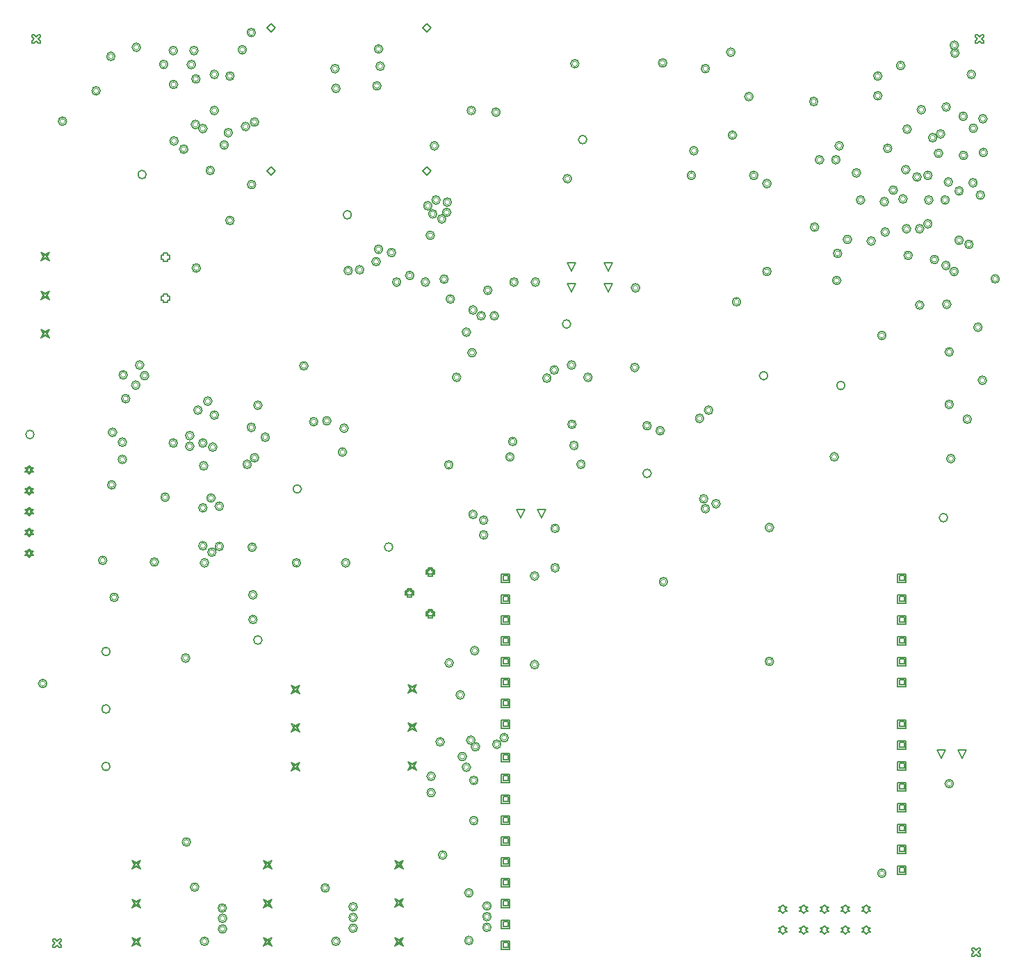
<source format=gbr>
%TF.GenerationSoftware,Altium Limited,Altium Designer,25.2.1 (25)*%
G04 Layer_Color=2752767*
%FSLAX45Y45*%
%MOMM*%
%TF.SameCoordinates,EF3F7739-EB0C-4DF3-8AA3-BEF7F1336093*%
%TF.FilePolarity,Positive*%
%TF.FileFunction,Drawing*%
%TF.Part,Single*%
G01*
G75*
%TA.AperFunction,NonConductor*%
%ADD142C,0.12700*%
%ADD143C,0.16933*%
%ADD144C,0.10160*%
D142*
X10782200Y2558401D02*
Y2660001D01*
X10883800D01*
Y2558401D01*
X10782200D01*
X10802520Y2578721D02*
Y2639681D01*
X10863480D01*
Y2578721D01*
X10802520D01*
X10782200Y2812401D02*
Y2914001D01*
X10883800D01*
Y2812401D01*
X10782200D01*
X10802520Y2832721D02*
Y2893681D01*
X10863480D01*
Y2832721D01*
X10802520D01*
X5956200Y1136001D02*
Y1237601D01*
X6057800D01*
Y1136001D01*
X5956200D01*
X5976520Y1156321D02*
Y1217281D01*
X6037480D01*
Y1156321D01*
X5976520D01*
X5956200Y374001D02*
Y475601D01*
X6057800D01*
Y374001D01*
X5956200D01*
X5976520Y394321D02*
Y455281D01*
X6037480D01*
Y394321D01*
X5976520D01*
X10782200Y3574401D02*
Y3676001D01*
X10883800D01*
Y3574401D01*
X10782200D01*
X10802520Y3594721D02*
Y3655681D01*
X10863480D01*
Y3594721D01*
X10802520D01*
X5956200Y628001D02*
Y729601D01*
X6057800D01*
Y628001D01*
X5956200D01*
X5976520Y648321D02*
Y709281D01*
X6037480D01*
Y648321D01*
X5976520D01*
X5956200Y882001D02*
Y983601D01*
X6057800D01*
Y882001D01*
X5956200D01*
X5976520Y902321D02*
Y963281D01*
X6037480D01*
Y902321D01*
X5976520D01*
X5956200Y1390001D02*
Y1491601D01*
X6057800D01*
Y1390001D01*
X5956200D01*
X5976520Y1410321D02*
Y1471281D01*
X6037480D01*
Y1410321D01*
X5976520D01*
X5956200Y1644001D02*
Y1745601D01*
X6057800D01*
Y1644001D01*
X5956200D01*
X5976520Y1664321D02*
Y1725281D01*
X6037480D01*
Y1664321D01*
X5976520D01*
X5956200Y1898001D02*
Y1999601D01*
X6057800D01*
Y1898001D01*
X5956200D01*
X5976520Y1918321D02*
Y1979281D01*
X6037480D01*
Y1918321D01*
X5976520D01*
X5956200Y2152001D02*
Y2253601D01*
X6057800D01*
Y2152001D01*
X5956200D01*
X5976520Y2172321D02*
Y2233281D01*
X6037480D01*
Y2172321D01*
X5976520D01*
X5956200Y2406001D02*
Y2507601D01*
X6057800D01*
Y2406001D01*
X5956200D01*
X5976520Y2426321D02*
Y2487281D01*
X6037480D01*
Y2426321D01*
X5976520D01*
X5956200Y3066401D02*
Y3168001D01*
X6057800D01*
Y3066401D01*
X5956200D01*
X5976520Y3086721D02*
Y3147681D01*
X6037480D01*
Y3086721D01*
X5976520D01*
X5956200Y2660001D02*
Y2761601D01*
X6057800D01*
Y2660001D01*
X5956200D01*
X5976520Y2680321D02*
Y2741281D01*
X6037480D01*
Y2680321D01*
X5976520D01*
X5956200Y3320401D02*
Y3422001D01*
X6057800D01*
Y3320401D01*
X5956200D01*
X5976520Y3340721D02*
Y3401681D01*
X6037480D01*
Y3340721D01*
X5976520D01*
X5956200Y3574401D02*
Y3676001D01*
X6057800D01*
Y3574401D01*
X5956200D01*
X5976520Y3594721D02*
Y3655681D01*
X6037480D01*
Y3594721D01*
X5976520D01*
X5956200Y3828401D02*
Y3930001D01*
X6057800D01*
Y3828401D01*
X5956200D01*
X5976520Y3848721D02*
Y3909681D01*
X6037480D01*
Y3848721D01*
X5976520D01*
X5956200Y4082401D02*
Y4184001D01*
X6057800D01*
Y4082401D01*
X5956200D01*
X5976520Y4102721D02*
Y4163681D01*
X6037480D01*
Y4102721D01*
X5976520D01*
X5956200Y4336401D02*
Y4438001D01*
X6057800D01*
Y4336401D01*
X5956200D01*
X5976520Y4356721D02*
Y4417681D01*
X6037480D01*
Y4356721D01*
X5976520D01*
X5956200Y4590401D02*
Y4692001D01*
X6057800D01*
Y4590401D01*
X5956200D01*
X5976520Y4610721D02*
Y4671681D01*
X6037480D01*
Y4610721D01*
X5976520D01*
X10782200Y4844401D02*
Y4946001D01*
X10883800D01*
Y4844401D01*
X10782200D01*
X10802520Y4864721D02*
Y4925681D01*
X10863480D01*
Y4864721D01*
X10802520D01*
X5956200Y4844401D02*
Y4946001D01*
X6057800D01*
Y4844401D01*
X5956200D01*
X5976520Y4864721D02*
Y4925681D01*
X6037480D01*
Y4864721D01*
X5976520D01*
X10782200Y4590401D02*
Y4692001D01*
X10883800D01*
Y4590401D01*
X10782200D01*
X10802520Y4610721D02*
Y4671681D01*
X10863480D01*
Y4610721D01*
X10802520D01*
X10782200Y4336401D02*
Y4438001D01*
X10883800D01*
Y4336401D01*
X10782200D01*
X10802520Y4356721D02*
Y4417681D01*
X10863480D01*
Y4356721D01*
X10802520D01*
X10782200Y4082401D02*
Y4184001D01*
X10883800D01*
Y4082401D01*
X10782200D01*
X10802520Y4102721D02*
Y4163681D01*
X10863480D01*
Y4102721D01*
X10802520D01*
X10782200Y3828401D02*
Y3930001D01*
X10883800D01*
Y3828401D01*
X10782200D01*
X10802520Y3848721D02*
Y3909681D01*
X10863480D01*
Y3848721D01*
X10802520D01*
X10782200Y3066401D02*
Y3168001D01*
X10883800D01*
Y3066401D01*
X10782200D01*
X10802520Y3086721D02*
Y3147681D01*
X10863480D01*
Y3086721D01*
X10802520D01*
X10782200Y2304401D02*
Y2406001D01*
X10883800D01*
Y2304401D01*
X10782200D01*
X10802520Y2324721D02*
Y2385681D01*
X10863480D01*
Y2324721D01*
X10802520D01*
X10782200Y2050401D02*
Y2152001D01*
X10883800D01*
Y2050401D01*
X10782200D01*
X10802520Y2070721D02*
Y2131681D01*
X10863480D01*
Y2070721D01*
X10802520D01*
X10782200Y1796401D02*
Y1898001D01*
X10883800D01*
Y1796401D01*
X10782200D01*
X10802520Y1816721D02*
Y1877681D01*
X10863480D01*
Y1816721D01*
X10802520D01*
X10782200Y1542401D02*
Y1644001D01*
X10883800D01*
Y1542401D01*
X10782200D01*
X10802520Y1562721D02*
Y1623681D01*
X10863480D01*
Y1562721D01*
X10802520D01*
X10782200Y1288401D02*
Y1390001D01*
X10883800D01*
Y1288401D01*
X10782200D01*
X10802520Y1308721D02*
Y1369681D01*
X10863480D01*
Y1308721D01*
X10802520D01*
X203925Y6163328D02*
X229325Y6188728D01*
X254725D01*
X229325Y6214128D01*
X254725Y6239528D01*
X229325D01*
X203925Y6264928D01*
X178525Y6239528D01*
X153125D01*
X178525Y6214128D01*
X153125Y6188728D01*
X178525D01*
X203925Y6163328D01*
Y6183648D02*
X219165Y6198888D01*
X234405D01*
X219165Y6214128D01*
X234405Y6229368D01*
X219165D01*
X203925Y6244608D01*
X188685Y6229368D01*
X173445D01*
X188685Y6214128D01*
X173445Y6198888D01*
X188685D01*
X203925Y6183648D01*
Y5909328D02*
X229325Y5934728D01*
X254725D01*
X229325Y5960128D01*
X254725Y5985528D01*
X229325D01*
X203925Y6010928D01*
X178525Y5985528D01*
X153125D01*
X178525Y5960128D01*
X153125Y5934728D01*
X178525D01*
X203925Y5909328D01*
Y5929648D02*
X219165Y5944888D01*
X234405D01*
X219165Y5960128D01*
X234405Y5975368D01*
X219165D01*
X203925Y5990608D01*
X188685Y5975368D01*
X173445D01*
X188685Y5960128D01*
X173445Y5944888D01*
X188685D01*
X203925Y5929648D01*
Y5655328D02*
X229325Y5680728D01*
X254725D01*
X229325Y5706128D01*
X254725Y5731528D01*
X229325D01*
X203925Y5756928D01*
X178525Y5731528D01*
X153125D01*
X178525Y5706128D01*
X153125Y5680728D01*
X178525D01*
X203925Y5655328D01*
Y5675648D02*
X219165Y5690888D01*
X234405D01*
X219165Y5706128D01*
X234405Y5721368D01*
X219165D01*
X203925Y5736608D01*
X188685Y5721368D01*
X173445D01*
X188685Y5706128D01*
X173445Y5690888D01*
X188685D01*
X203925Y5675648D01*
Y5401328D02*
X229325Y5426728D01*
X254725D01*
X229325Y5452128D01*
X254725Y5477528D01*
X229325D01*
X203925Y5502928D01*
X178525Y5477528D01*
X153125D01*
X178525Y5452128D01*
X153125Y5426728D01*
X178525D01*
X203925Y5401328D01*
Y5421648D02*
X219165Y5436888D01*
X234405D01*
X219165Y5452128D01*
X234405Y5467368D01*
X219165D01*
X203925Y5482608D01*
X188685Y5467368D01*
X173445D01*
X188685Y5452128D01*
X173445Y5436888D01*
X188685D01*
X203925Y5421648D01*
Y5147328D02*
X229325Y5172728D01*
X254725D01*
X229325Y5198128D01*
X254725Y5223528D01*
X229325D01*
X203925Y5248928D01*
X178525Y5223528D01*
X153125D01*
X178525Y5198128D01*
X153125Y5172728D01*
X178525D01*
X203925Y5147328D01*
Y5167648D02*
X219165Y5182888D01*
X234405D01*
X219165Y5198128D01*
X234405Y5213368D01*
X219165D01*
X203925Y5228608D01*
X188685Y5213368D01*
X173445D01*
X188685Y5198128D01*
X173445Y5182888D01*
X188685D01*
X203925Y5167648D01*
X349125Y7819327D02*
X374525Y7870127D01*
X349125Y7920927D01*
X399925Y7895527D01*
X450725Y7920927D01*
X425325Y7870127D01*
X450725Y7819327D01*
X399925Y7844727D01*
X349125Y7819327D01*
X369445Y7839647D02*
X384685Y7870127D01*
X369445Y7900607D01*
X399925Y7885367D01*
X430405Y7900607D01*
X415165Y7870127D01*
X430405Y7839647D01*
X399925Y7854887D01*
X369445Y7839647D01*
X349125Y8289327D02*
X374525Y8340127D01*
X349125Y8390927D01*
X399925Y8365527D01*
X450725Y8390927D01*
X425325Y8340127D01*
X450725Y8289327D01*
X399925Y8314727D01*
X349125Y8289327D01*
X369445Y8309647D02*
X384685Y8340127D01*
X369445Y8370607D01*
X399925Y8355367D01*
X430405Y8370607D01*
X415165Y8340127D01*
X430405Y8309647D01*
X399925Y8324887D01*
X369445Y8309647D01*
X349125Y8759327D02*
X374525Y8810127D01*
X349125Y8860927D01*
X399925Y8835527D01*
X450725Y8860927D01*
X425325Y8810127D01*
X450725Y8759327D01*
X399925Y8784727D01*
X349125Y8759327D01*
X369445Y8779647D02*
X384685Y8810127D01*
X369445Y8840607D01*
X399925Y8825367D01*
X430405Y8840607D01*
X415165Y8810127D01*
X430405Y8779647D01*
X399925Y8794887D01*
X369445Y8779647D01*
X1458753Y1351378D02*
X1484153Y1402178D01*
X1458753Y1452978D01*
X1509553Y1427578D01*
X1560353Y1452978D01*
X1534953Y1402178D01*
X1560353Y1351378D01*
X1509553Y1376778D01*
X1458753Y1351378D01*
X1479073Y1371698D02*
X1494313Y1402178D01*
X1479073Y1432658D01*
X1509553Y1417418D01*
X1540033Y1432658D01*
X1524793Y1402178D01*
X1540033Y1371698D01*
X1509553Y1386938D01*
X1479073Y1371698D01*
X1458753Y881378D02*
X1484153Y932178D01*
X1458753Y982978D01*
X1509553Y957578D01*
X1560353Y982978D01*
X1534953Y932178D01*
X1560353Y881378D01*
X1509553Y906778D01*
X1458753Y881378D01*
X1479073Y901698D02*
X1494313Y932178D01*
X1479073Y962658D01*
X1509553Y947418D01*
X1540033Y962658D01*
X1524793Y932178D01*
X1540033Y901698D01*
X1509553Y916938D01*
X1479073Y901698D01*
X1458753Y411378D02*
X1484153Y462178D01*
X1458753Y512978D01*
X1509553Y487578D01*
X1560353Y512978D01*
X1534953Y462178D01*
X1560353Y411378D01*
X1509553Y436778D01*
X1458753Y411378D01*
X1479073Y431698D02*
X1494313Y462178D01*
X1479073Y492658D01*
X1509553Y477418D01*
X1540033Y492658D01*
X1524793Y462178D01*
X1540033Y431698D01*
X1509553Y446938D01*
X1479073Y431698D01*
X4819200Y3496932D02*
X4844600Y3547732D01*
X4819200Y3598532D01*
X4870000Y3573132D01*
X4920800Y3598532D01*
X4895400Y3547732D01*
X4920800Y3496932D01*
X4870000Y3522332D01*
X4819200Y3496932D01*
X4839520Y3517252D02*
X4854760Y3547732D01*
X4839520Y3578212D01*
X4870000Y3562972D01*
X4900480Y3578212D01*
X4885240Y3547732D01*
X4900480Y3517252D01*
X4870000Y3532492D01*
X4839520Y3517252D01*
X4819200Y3026932D02*
X4844600Y3077732D01*
X4819200Y3128532D01*
X4870000Y3103132D01*
X4920800Y3128532D01*
X4895400Y3077732D01*
X4920800Y3026932D01*
X4870000Y3052332D01*
X4819200Y3026932D01*
X4839520Y3047252D02*
X4854760Y3077732D01*
X4839520Y3108212D01*
X4870000Y3092972D01*
X4900480Y3108212D01*
X4885240Y3077732D01*
X4900480Y3047252D01*
X4870000Y3062492D01*
X4839520Y3047252D01*
X4819200Y2556932D02*
X4844600Y2607732D01*
X4819200Y2658532D01*
X4870000Y2633132D01*
X4920800Y2658532D01*
X4895400Y2607732D01*
X4920800Y2556932D01*
X4870000Y2582332D01*
X4819200Y2556932D01*
X4839520Y2577252D02*
X4854760Y2607732D01*
X4839520Y2638212D01*
X4870000Y2622972D01*
X4900480Y2638212D01*
X4885240Y2607732D01*
X4900480Y2577252D01*
X4870000Y2592492D01*
X4839520Y2577252D01*
X4654828Y1357251D02*
X4680228Y1408051D01*
X4654828Y1458851D01*
X4705628Y1433451D01*
X4756428Y1458851D01*
X4731028Y1408051D01*
X4756428Y1357251D01*
X4705628Y1382651D01*
X4654828Y1357251D01*
X4675148Y1377571D02*
X4690388Y1408051D01*
X4675148Y1438531D01*
X4705628Y1423291D01*
X4736108Y1438531D01*
X4720868Y1408051D01*
X4736108Y1377571D01*
X4705628Y1392811D01*
X4675148Y1377571D01*
X4654828Y887251D02*
X4680228Y938051D01*
X4654828Y988851D01*
X4705628Y963451D01*
X4756428Y988851D01*
X4731028Y938051D01*
X4756428Y887251D01*
X4705628Y912651D01*
X4654828Y887251D01*
X4675148Y907571D02*
X4690388Y938051D01*
X4675148Y968531D01*
X4705628Y953291D01*
X4736108Y968531D01*
X4720868Y938051D01*
X4736108Y907571D01*
X4705628Y922811D01*
X4675148Y907571D01*
X4654828Y417251D02*
X4680228Y468051D01*
X4654828Y518851D01*
X4705628Y493451D01*
X4756428Y518851D01*
X4731028Y468051D01*
X4756428Y417251D01*
X4705628Y442651D01*
X4654828Y417251D01*
X4675148Y437571D02*
X4690388Y468051D01*
X4675148Y498531D01*
X4705628Y483291D01*
X4736108Y498531D01*
X4720868Y468051D01*
X4736108Y437571D01*
X4705628Y452811D01*
X4675148Y437571D01*
X3054828Y411351D02*
X3080228Y462151D01*
X3054828Y512951D01*
X3105628Y487551D01*
X3156428Y512951D01*
X3131028Y462151D01*
X3156428Y411351D01*
X3105628Y436751D01*
X3054828Y411351D01*
X3075148Y431671D02*
X3090388Y462151D01*
X3075148Y492631D01*
X3105628Y477391D01*
X3136108Y492631D01*
X3120868Y462151D01*
X3136108Y431671D01*
X3105628Y446911D01*
X3075148Y431671D01*
X3054828Y881351D02*
X3080228Y932151D01*
X3054828Y982951D01*
X3105628Y957551D01*
X3156428Y982951D01*
X3131028Y932151D01*
X3156428Y881351D01*
X3105628Y906751D01*
X3054828Y881351D01*
X3075148Y901671D02*
X3090388Y932151D01*
X3075148Y962631D01*
X3105628Y947391D01*
X3136108Y962631D01*
X3120868Y932151D01*
X3136108Y901671D01*
X3105628Y916911D01*
X3075148Y901671D01*
X3054828Y1351351D02*
X3080228Y1402151D01*
X3054828Y1452951D01*
X3105628Y1427551D01*
X3156428Y1452951D01*
X3131028Y1402151D01*
X3156428Y1351351D01*
X3105628Y1376751D01*
X3054828Y1351351D01*
X3075148Y1371671D02*
X3090388Y1402151D01*
X3075148Y1432631D01*
X3105628Y1417391D01*
X3136108Y1432631D01*
X3120868Y1402151D01*
X3136108Y1371671D01*
X3105628Y1386911D01*
X3075148Y1371671D01*
X3399200Y3489200D02*
X3424600Y3540000D01*
X3399200Y3590800D01*
X3450000Y3565400D01*
X3500800Y3590800D01*
X3475400Y3540000D01*
X3500800Y3489200D01*
X3450000Y3514600D01*
X3399200Y3489200D01*
X3419520Y3509520D02*
X3434760Y3540000D01*
X3419520Y3570480D01*
X3450000Y3555240D01*
X3480480Y3570480D01*
X3465240Y3540000D01*
X3480480Y3509520D01*
X3450000Y3524760D01*
X3419520Y3509520D01*
X3399200Y3019200D02*
X3424600Y3070000D01*
X3399200Y3120800D01*
X3450000Y3095400D01*
X3500800Y3120800D01*
X3475400Y3070000D01*
X3500800Y3019200D01*
X3450000Y3044600D01*
X3399200Y3019200D01*
X3419520Y3039520D02*
X3434760Y3070000D01*
X3419520Y3100480D01*
X3450000Y3085240D01*
X3480480Y3100480D01*
X3465240Y3070000D01*
X3480480Y3039520D01*
X3450000Y3054760D01*
X3419520Y3039520D01*
X3399200Y2549200D02*
X3424600Y2600000D01*
X3399200Y2650800D01*
X3450000Y2625400D01*
X3500800Y2650800D01*
X3475400Y2600000D01*
X3500800Y2549200D01*
X3450000Y2574600D01*
X3399200Y2549200D01*
X3419520Y2569520D02*
X3434760Y2600000D01*
X3419520Y2630480D01*
X3450000Y2615240D01*
X3480480Y2630480D01*
X3465240Y2600000D01*
X3480480Y2569520D01*
X3450000Y2584760D01*
X3419520Y2569520D01*
X5064600Y4944600D02*
Y4919200D01*
X5115400D01*
Y4944600D01*
X5140800D01*
Y4995400D01*
X5115400D01*
Y5020800D01*
X5064600D01*
Y4995400D01*
X5039200D01*
Y4944600D01*
X5064600D01*
X5074760Y4954760D02*
Y4939520D01*
X5105240D01*
Y4954760D01*
X5120480D01*
Y4985240D01*
X5105240D01*
Y5000480D01*
X5074760D01*
Y4985240D01*
X5059520D01*
Y4954760D01*
X5074760D01*
X4810600Y4690600D02*
Y4665200D01*
X4861400D01*
Y4690600D01*
X4886800D01*
Y4741400D01*
X4861400D01*
Y4766800D01*
X4810600D01*
Y4741400D01*
X4785200D01*
Y4690600D01*
X4810600D01*
X4820760Y4700760D02*
Y4685520D01*
X4851240D01*
Y4700760D01*
X4866480D01*
Y4731240D01*
X4851240D01*
Y4746480D01*
X4820760D01*
Y4731240D01*
X4805520D01*
Y4700760D01*
X4820760D01*
X5064600Y4436600D02*
Y4411200D01*
X5115400D01*
Y4436600D01*
X5140800D01*
Y4487400D01*
X5115400D01*
Y4512800D01*
X5064600D01*
Y4487400D01*
X5039200D01*
Y4436600D01*
X5064600D01*
X5074760Y4446760D02*
Y4431520D01*
X5105240D01*
Y4446760D01*
X5120480D01*
Y4477240D01*
X5105240D01*
Y4492480D01*
X5074760D01*
Y4477240D01*
X5059520D01*
Y4446760D01*
X5074760D01*
X10398000Y807433D02*
X10423400Y832833D01*
X10448800D01*
X10423400Y858233D01*
X10448800Y883633D01*
X10423400D01*
X10398000Y909033D01*
X10372600Y883633D01*
X10347200D01*
X10372600Y858233D01*
X10347200Y832833D01*
X10372600D01*
X10398000Y807433D01*
Y553433D02*
X10423400Y578833D01*
X10448800D01*
X10423400Y604233D01*
X10448800Y629633D01*
X10423400D01*
X10398000Y655033D01*
X10372600Y629633D01*
X10347200D01*
X10372600Y604233D01*
X10347200Y578833D01*
X10372600D01*
X10398000Y553433D01*
X10144000Y807433D02*
X10169400Y832833D01*
X10194800D01*
X10169400Y858233D01*
X10194800Y883633D01*
X10169400D01*
X10144000Y909033D01*
X10118600Y883633D01*
X10093200D01*
X10118600Y858233D01*
X10093200Y832833D01*
X10118600D01*
X10144000Y807433D01*
Y553433D02*
X10169400Y578833D01*
X10194800D01*
X10169400Y604233D01*
X10194800Y629633D01*
X10169400D01*
X10144000Y655033D01*
X10118600Y629633D01*
X10093200D01*
X10118600Y604233D01*
X10093200Y578833D01*
X10118600D01*
X10144000Y553433D01*
X9890000Y807433D02*
X9915400Y832833D01*
X9940800D01*
X9915400Y858233D01*
X9940800Y883633D01*
X9915400D01*
X9890000Y909033D01*
X9864600Y883633D01*
X9839200D01*
X9864600Y858233D01*
X9839200Y832833D01*
X9864600D01*
X9890000Y807433D01*
Y553433D02*
X9915400Y578833D01*
X9940800D01*
X9915400Y604233D01*
X9940800Y629633D01*
X9915400D01*
X9890000Y655033D01*
X9864600Y629633D01*
X9839200D01*
X9864600Y604233D01*
X9839200Y578833D01*
X9864600D01*
X9890000Y553433D01*
X9636000Y807433D02*
X9661400Y832833D01*
X9686800D01*
X9661400Y858233D01*
X9686800Y883633D01*
X9661400D01*
X9636000Y909033D01*
X9610600Y883633D01*
X9585200D01*
X9610600Y858233D01*
X9585200Y832833D01*
X9610600D01*
X9636000Y807433D01*
X9382000D02*
X9407400Y832833D01*
X9432800D01*
X9407400Y858233D01*
X9432800Y883633D01*
X9407400D01*
X9382000Y909033D01*
X9356600Y883633D01*
X9331200D01*
X9356600Y858233D01*
X9331200Y832833D01*
X9356600D01*
X9382000Y807433D01*
X9636000Y553433D02*
X9661400Y578833D01*
X9686800D01*
X9661400Y604233D01*
X9686800Y629633D01*
X9661400D01*
X9636000Y655033D01*
X9610600Y629633D01*
X9585200D01*
X9610600Y604233D01*
X9585200Y578833D01*
X9610600D01*
X9636000Y553433D01*
X9382000D02*
X9407400Y578833D01*
X9432800D01*
X9407400Y604233D01*
X9432800Y629633D01*
X9407400D01*
X9382000Y655033D01*
X9356600Y629633D01*
X9331200D01*
X9356600Y604233D01*
X9331200Y578833D01*
X9356600D01*
X9382000Y553433D01*
X3099200Y9850000D02*
X3150000Y9900800D01*
X3200800Y9850000D01*
X3150000Y9799200D01*
X3099200Y9850000D01*
Y11600000D02*
X3150000Y11650800D01*
X3200800Y11600000D01*
X3150000Y11549200D01*
X3099200Y11600000D01*
X1838600Y8778600D02*
Y8753200D01*
X1889400D01*
Y8778600D01*
X1914800D01*
Y8829400D01*
X1889400D01*
Y8854800D01*
X1838600D01*
Y8829400D01*
X1813200D01*
Y8778600D01*
X1838600D01*
Y8278600D02*
Y8253200D01*
X1889400D01*
Y8278600D01*
X1914800D01*
Y8329400D01*
X1889400D01*
Y8354800D01*
X1838600D01*
Y8329400D01*
X1813200D01*
Y8278600D01*
X1838600D01*
X5000900Y9850000D02*
X5051700Y9900800D01*
X5102500Y9850000D01*
X5051700Y9799200D01*
X5000900Y9850000D01*
Y11600000D02*
X5051700Y11650800D01*
X5102500Y11600000D01*
X5051700Y11549200D01*
X5000900Y11600000D01*
X489200Y399200D02*
X514600D01*
X540000Y424600D01*
X565400Y399200D01*
X590800D01*
Y424600D01*
X565400Y450000D01*
X590800Y475400D01*
Y500800D01*
X565400D01*
X540000Y475400D01*
X514600Y500800D01*
X489200D01*
Y475400D01*
X514600Y450000D01*
X489200Y424600D01*
Y399200D01*
X11313000Y2699200D02*
X11262200Y2800800D01*
X11363800D01*
X11313000Y2699200D01*
X11567000D02*
X11516200Y2800800D01*
X11617800D01*
X11567000Y2699200D01*
X6806000Y8378200D02*
X6755200Y8479800D01*
X6856800D01*
X6806000Y8378200D01*
Y8632200D02*
X6755200Y8733800D01*
X6856800D01*
X6806000Y8632200D01*
X7255999Y8378200D02*
X7205199Y8479800D01*
X7306799D01*
X7255999Y8378200D01*
Y8632200D02*
X7205199Y8733800D01*
X7306799D01*
X7255999Y8632200D01*
X6445180Y5629620D02*
X6394380Y5731220D01*
X6495980D01*
X6445180Y5629620D01*
X6191180D02*
X6140380Y5731220D01*
X6241980D01*
X6191180Y5629620D01*
X11729200Y11409200D02*
X11754600D01*
X11780000Y11434600D01*
X11805400Y11409200D01*
X11830800D01*
Y11434600D01*
X11805400Y11460000D01*
X11830800Y11485400D01*
Y11510800D01*
X11805400D01*
X11780000Y11485400D01*
X11754600Y11510800D01*
X11729200D01*
Y11485400D01*
X11754600Y11460000D01*
X11729200Y11434600D01*
Y11409200D01*
X11689200Y289200D02*
X11714600D01*
X11740000Y314600D01*
X11765400Y289200D01*
X11790800D01*
Y314600D01*
X11765400Y340000D01*
X11790800Y365400D01*
Y390800D01*
X11765400D01*
X11740000Y365400D01*
X11714600Y390800D01*
X11689200D01*
Y365400D01*
X11714600Y340000D01*
X11689200Y314600D01*
Y289200D01*
X239200Y11409200D02*
X264600D01*
X290000Y11434600D01*
X315400Y11409200D01*
X340800D01*
Y11434600D01*
X315400Y11460000D01*
X340800Y11485400D01*
Y11510800D01*
X315400D01*
X290000Y11485400D01*
X264600Y11510800D01*
X239200D01*
Y11485400D01*
X264600Y11460000D01*
X239200Y11434600D01*
Y11409200D01*
D143*
X1190800Y2600000D02*
G03*
X1190800Y2600000I-50800J0D01*
G01*
Y3300000D02*
G03*
X1190800Y3300000I-50800J0D01*
G01*
Y4000000D02*
G03*
X1190800Y4000000I-50800J0D01*
G01*
X1630725Y9810127D02*
G03*
X1630725Y9810127I-50800J0D01*
G01*
X9200800Y7360000D02*
G03*
X9200800Y7360000I-50800J0D01*
G01*
X6800800Y7990000D02*
G03*
X6800800Y7990000I-50800J0D01*
G01*
X4633546Y5272729D02*
G03*
X4633546Y5272729I-50800J0D01*
G01*
X11390800Y5630000D02*
G03*
X11390800Y5630000I-50800J0D01*
G01*
X4130800Y9320000D02*
G03*
X4130800Y9320000I-50800J0D01*
G01*
X3040800Y4140000D02*
G03*
X3040800Y4140000I-50800J0D01*
G01*
X10140800Y7240000D02*
G03*
X10140800Y7240000I-50800J0D01*
G01*
X6996800Y10236000D02*
G03*
X6996800Y10236000I-50800J0D01*
G01*
X3520800Y5980000D02*
G03*
X3520800Y5980000I-50800J0D01*
G01*
X7780800Y6170000D02*
G03*
X7780800Y6170000I-50800J0D01*
G01*
X264725Y6644127D02*
G03*
X264725Y6644127I-50800J0D01*
G01*
X9820800Y9170000D02*
G03*
X9820800Y9170000I-50800J0D01*
G01*
X3980800Y11100000D02*
G03*
X3980800Y11100000I-50800J0D01*
G01*
X3990800Y10860000D02*
G03*
X3990800Y10860000I-50800J0D01*
G01*
X3040800Y7000000D02*
G03*
X3040800Y7000000I-50800J0D01*
G01*
X3130800Y6610000D02*
G03*
X3130800Y6610000I-50800J0D01*
G01*
X3600800Y7480000D02*
G03*
X3600800Y7480000I-50800J0D01*
G01*
X5649380Y7640000D02*
G03*
X5649380Y7640000I-50800J0D01*
G01*
X2960780Y6730000D02*
G03*
X2960780Y6730000I-50800J0D01*
G01*
X7970800Y11170000D02*
G03*
X7970800Y11170000I-50800J0D01*
G01*
X5940800Y10570000D02*
G03*
X5940800Y10570000I-50800J0D01*
G01*
X5640800Y10590000D02*
G03*
X5640800Y10590000I-50800J0D01*
G01*
X2700800Y11010000D02*
G03*
X2700800Y11010000I-50800J0D01*
G01*
X4530800Y11130000D02*
G03*
X4530800Y11130000I-50800J0D01*
G01*
X2262493Y11320000D02*
G03*
X2262493Y11320000I-50800J0D01*
G01*
X2010800Y11320000D02*
G03*
X2010800Y11320000I-50800J0D01*
G01*
X1894014Y11151047D02*
G03*
X1894014Y11151047I-50800J0D01*
G01*
X6160800Y8500000D02*
G03*
X6160800Y8500000I-50800J0D01*
G01*
X4510800Y8900000D02*
G03*
X4510800Y8900000I-50800J0D01*
G01*
X4280800Y8650000D02*
G03*
X4280800Y8650000I-50800J0D01*
G01*
X4140800Y8640000D02*
G03*
X4140800Y8640000I-50800J0D01*
G01*
X4668376Y8860000D02*
G03*
X4668376Y8860000I-50800J0D01*
G01*
X4480800Y8750000D02*
G03*
X4480800Y8750000I-50800J0D01*
G01*
X5140800Y9070000D02*
G03*
X5140800Y9070000I-50800J0D01*
G01*
X5080800Y8500000D02*
G03*
X5080800Y8500000I-50800J0D01*
G01*
X5308748Y8535642D02*
G03*
X5308748Y8535642I-50800J0D01*
G01*
X5384731Y8293575D02*
G03*
X5384731Y8293575I-50800J0D01*
G01*
X5660800Y8160000D02*
G03*
X5660800Y8160000I-50800J0D01*
G01*
X5840800Y8400000D02*
G03*
X5840800Y8400000I-50800J0D01*
G01*
X5920800Y8090000D02*
G03*
X5920800Y8090000I-50800J0D01*
G01*
X5760800D02*
G03*
X5760800Y8090000I-50800J0D01*
G01*
X6420800Y8500000D02*
G03*
X6420800Y8500000I-50800J0D01*
G01*
X5580800Y7890000D02*
G03*
X5580800Y7890000I-50800J0D01*
G01*
X6110800Y6370000D02*
G03*
X6110800Y6370000I-50800J0D01*
G01*
X6890800Y6510000D02*
G03*
X6890800Y6510000I-50800J0D01*
G01*
X6866083Y6767575D02*
G03*
X6866083Y6767575I-50800J0D01*
G01*
X6975800Y6280000D02*
G03*
X6975800Y6280000I-50800J0D01*
G01*
X6144363Y6558384D02*
G03*
X6144363Y6558384I-50800J0D01*
G01*
X11460800Y2390000D02*
G03*
X11460800Y2390000I-50800J0D01*
G01*
X5610800Y480000D02*
G03*
X5610800Y480000I-50800J0D01*
G01*
X2160800Y3920000D02*
G03*
X2160800Y3920000I-50800J0D01*
G01*
X2170800Y1680000D02*
G03*
X2170800Y1680000I-50800J0D01*
G01*
X2970800Y5270000D02*
G03*
X2970800Y5270000I-50800J0D01*
G01*
X4890800Y8580000D02*
G03*
X4890800Y8580000I-50800J0D01*
G01*
X4730800Y8500000D02*
G03*
X4730800Y8500000I-50800J0D01*
G01*
X2380800Y6262359D02*
G03*
X2380800Y6262359I-50800J0D01*
G01*
X1270800Y6670000D02*
G03*
X1270800Y6670000I-50800J0D01*
G01*
X1390800Y6340000D02*
G03*
X1390800Y6340000I-50800J0D01*
G01*
Y6550000D02*
G03*
X1390800Y6550000I-50800J0D01*
G01*
X1910800Y5880000D02*
G03*
X1910800Y5880000I-50800J0D01*
G01*
X1260800Y6030000D02*
G03*
X1260800Y6030000I-50800J0D01*
G01*
X1430800Y7080000D02*
G03*
X1430800Y7080000I-50800J0D01*
G01*
X2019787Y10219268D02*
G03*
X2019787Y10219268I-50800J0D01*
G01*
X2138594Y10119718D02*
G03*
X2138594Y10119718I-50800J0D01*
G01*
X2280800Y10420000D02*
G03*
X2280800Y10420000I-50800J0D01*
G01*
X2370800Y10370000D02*
G03*
X2370800Y10370000I-50800J0D01*
G01*
X2630800Y10170000D02*
G03*
X2630800Y10170000I-50800J0D01*
G01*
X2510800Y11030000D02*
G03*
X2510800Y11030000I-50800J0D01*
G01*
X660800Y10460000D02*
G03*
X660800Y10460000I-50800J0D01*
G01*
X1070800Y10830000D02*
G03*
X1070800Y10830000I-50800J0D01*
G01*
X8490800Y5740000D02*
G03*
X8490800Y5740000I-50800J0D01*
G01*
X7640800Y8430000D02*
G03*
X7640800Y8430000I-50800J0D01*
G01*
X8870800Y8260000D02*
G03*
X8870800Y8260000I-50800J0D01*
G01*
X9240800Y8630000D02*
G03*
X9240800Y8630000I-50800J0D01*
G01*
X10940800Y9150000D02*
G03*
X10940800Y9150000I-50800J0D01*
G01*
X10670800Y9480000D02*
G03*
X10670800Y9480000I-50800J0D01*
G01*
X11430800Y8230000D02*
G03*
X11430800Y8230000I-50800J0D01*
G01*
X11580800Y9610000D02*
G03*
X11580800Y9610000I-50800J0D01*
G01*
Y9010000D02*
G03*
X11580800Y9010000I-50800J0D01*
G01*
X11700800Y8960000D02*
G03*
X11700800Y8960000I-50800J0D01*
G01*
X11450800Y9720000D02*
G03*
X11450800Y9720000I-50800J0D01*
G01*
X11750800Y9710000D02*
G03*
X11750800Y9710000I-50800J0D01*
G01*
X11840800Y9560000D02*
G03*
X11840800Y9560000I-50800J0D01*
G01*
X11210800Y9500000D02*
G03*
X11210800Y9500000I-50800J0D01*
G01*
X11410800D02*
G03*
X11410800Y9500000I-50800J0D01*
G01*
X10897767Y9513033D02*
G03*
X10897767Y9513033I-50800J0D01*
G01*
X11200800Y9800000D02*
G03*
X11200800Y9800000I-50800J0D01*
G01*
X11069099Y9780000D02*
G03*
X11069099Y9780000I-50800J0D01*
G01*
X10930800Y9870000D02*
G03*
X10930800Y9870000I-50800J0D01*
G01*
X10779242Y9619887D02*
G03*
X10779242Y9619887I-50800J0D01*
G01*
X11870800Y10490000D02*
G03*
X11870800Y10490000I-50800J0D01*
G01*
X11522495Y11384636D02*
G03*
X11522495Y11384636I-50800J0D01*
G01*
X11530800Y11290000D02*
G03*
X11530800Y11290000I-50800J0D01*
G01*
X10590800Y11010000D02*
G03*
X10590800Y11010000I-50800J0D01*
G01*
Y10770000D02*
G03*
X10590800Y10770000I-50800J0D01*
G01*
X9810800Y10700000D02*
G03*
X9810800Y10700000I-50800J0D01*
G01*
X8800800Y11300000D02*
G03*
X8800800Y11300000I-50800J0D01*
G01*
X8490800Y11100000D02*
G03*
X8490800Y11100000I-50800J0D01*
G01*
X9080800Y9800000D02*
G03*
X9080800Y9800000I-50800J0D01*
G01*
X8820800Y10290000D02*
G03*
X8820800Y10290000I-50800J0D01*
G01*
X8350800Y10100000D02*
G03*
X8350800Y10100000I-50800J0D01*
G01*
X8320800Y9800000D02*
G03*
X8320800Y9800000I-50800J0D01*
G01*
X10120800Y10160000D02*
G03*
X10120800Y10160000I-50800J0D01*
G01*
X10330800Y9830000D02*
G03*
X10330800Y9830000I-50800J0D01*
G01*
X10380800Y9500000D02*
G03*
X10380800Y9500000I-50800J0D01*
G01*
X10220800Y9020000D02*
G03*
X10220800Y9020000I-50800J0D01*
G01*
X10510800Y9000000D02*
G03*
X10510800Y9000000I-50800J0D01*
G01*
X10100800Y8850000D02*
G03*
X10100800Y8850000I-50800J0D01*
G01*
X10090800Y8520000D02*
G03*
X10090800Y8520000I-50800J0D01*
G01*
X10640800Y7850000D02*
G03*
X10640800Y7850000I-50800J0D01*
G01*
X11460800Y7650000D02*
G03*
X11460800Y7650000I-50800J0D01*
G01*
Y7010000D02*
G03*
X11460800Y7010000I-50800J0D01*
G01*
X11480800Y6350000D02*
G03*
X11480800Y6350000I-50800J0D01*
G01*
X7060800Y7340000D02*
G03*
X7060800Y7340000I-50800J0D01*
G01*
X8530800Y6940000D02*
G03*
X8530800Y6940000I-50800J0D01*
G01*
X8420800Y6840000D02*
G03*
X8420800Y6840000I-50800J0D01*
G01*
X7940800Y6690000D02*
G03*
X7940800Y6690000I-50800J0D01*
G01*
X4070800Y6430000D02*
G03*
X4070800Y6430000I-50800J0D01*
G01*
X4090800Y6720000D02*
G03*
X4090800Y6720000I-50800J0D01*
G01*
X3720800Y6800000D02*
G03*
X3720800Y6800000I-50800J0D01*
G01*
X3880800Y6810000D02*
G03*
X3880800Y6810000I-50800J0D01*
G01*
X2910800Y6280000D02*
G03*
X2910800Y6280000I-50800J0D01*
G01*
X3000800Y6360000D02*
G03*
X3000800Y6360000I-50800J0D01*
G01*
X2010800Y6540000D02*
G03*
X2010800Y6540000I-50800J0D01*
G01*
X2210800Y6630000D02*
G03*
X2210800Y6630000I-50800J0D01*
G01*
X4110800Y5080000D02*
G03*
X4110800Y5080000I-50800J0D01*
G01*
X3510800D02*
G03*
X3510800Y5080000I-50800J0D01*
G01*
X2979725Y4690557D02*
G03*
X2979725Y4690557I-50800J0D01*
G01*
X1290800Y4660000D02*
G03*
X1290800Y4660000I-50800J0D01*
G01*
X1150800Y5110000D02*
G03*
X1150800Y5110000I-50800J0D01*
G01*
X2390800Y5080000D02*
G03*
X2390800Y5080000I-50800J0D01*
G01*
X1780800Y5090000D02*
G03*
X1780800Y5090000I-50800J0D01*
G01*
X5260800Y2900000D02*
G03*
X5260800Y2900000I-50800J0D01*
G01*
X5530800Y2720000D02*
G03*
X5530800Y2720000I-50800J0D01*
G01*
X5670800Y2430000D02*
G03*
X5670800Y2430000I-50800J0D01*
G01*
X5580800Y2590000D02*
G03*
X5580800Y2590000I-50800J0D01*
G01*
X5610800Y1060000D02*
G03*
X5610800Y1060000I-50800J0D01*
G01*
X3860800Y1120000D02*
G03*
X3860800Y1120000I-50800J0D01*
G01*
X5830800Y900000D02*
G03*
X5830800Y900000I-50800J0D01*
G01*
Y770000D02*
G03*
X5830800Y770000I-50800J0D01*
G01*
Y640000D02*
G03*
X5830800Y640000I-50800J0D01*
G01*
X4200800Y890000D02*
G03*
X4200800Y890000I-50800J0D01*
G01*
Y630000D02*
G03*
X4200800Y630000I-50800J0D01*
G01*
Y760000D02*
G03*
X4200800Y760000I-50800J0D01*
G01*
X3990800Y470000D02*
G03*
X3990800Y470000I-50800J0D01*
G01*
X2607260Y874776D02*
G03*
X2607260Y874776I-50800J0D01*
G01*
X2390800Y470000D02*
G03*
X2390800Y470000I-50800J0D01*
G01*
X2610800Y620000D02*
G03*
X2610800Y620000I-50800J0D01*
G01*
Y750000D02*
G03*
X2610800Y750000I-50800J0D01*
G01*
X2270800Y1130000D02*
G03*
X2270800Y1130000I-50800J0D01*
G01*
X7780800Y6750000D02*
G03*
X7780800Y6750000I-50800J0D01*
G01*
X2210800Y6500000D02*
G03*
X2210800Y6500000I-50800J0D01*
G01*
X2370800Y6540000D02*
G03*
X2370800Y6540000I-50800J0D01*
G01*
X10640800Y1300000D02*
G03*
X10640800Y1300000I-50800J0D01*
G01*
X5370800Y3860000D02*
G03*
X5370800Y3860000I-50800J0D01*
G01*
X5660800Y5670000D02*
G03*
X5660800Y5670000I-50800J0D01*
G01*
X5680800Y4010000D02*
G03*
X5680800Y4010000I-50800J0D01*
G01*
X11810800Y7950000D02*
G03*
X11810800Y7950000I-50800J0D01*
G01*
X11876916Y10078890D02*
G03*
X11876916Y10078890I-50800J0D01*
G01*
X11634335Y10043536D02*
G03*
X11634335Y10043536I-50800J0D01*
G01*
X11630800Y10520000D02*
G03*
X11630800Y10520000I-50800J0D01*
G01*
X10080800Y9990000D02*
G03*
X10080800Y9990000I-50800J0D01*
G01*
X7980800Y4850000D02*
G03*
X7980800Y4850000I-50800J0D01*
G01*
X11259537Y10259500D02*
G03*
X11259537Y10259500I-50800J0D01*
G01*
X5460800Y7340000D02*
G03*
X5460800Y7340000I-50800J0D01*
G01*
X11420800Y8702300D02*
G03*
X11420800Y8702300I-50800J0D01*
G01*
X11280800Y8775000D02*
G03*
X11280800Y8775000I-50800J0D01*
G01*
X10960800Y8825434D02*
G03*
X10960800Y8825434I-50800J0D01*
G01*
X12020800Y8540000D02*
G03*
X12020800Y8540000I-50800J0D01*
G01*
X11680800Y6830000D02*
G03*
X11680800Y6830000I-50800J0D01*
G01*
X11355817Y10304509D02*
G03*
X11355817Y10304509I-50800J0D01*
G01*
X11100800Y9150000D02*
G03*
X11100800Y9150000I-50800J0D01*
G01*
X10869800Y11137929D02*
G03*
X10869800Y11137929I-50800J0D01*
G01*
X5190800Y10160000D02*
G03*
X5190800Y10160000I-50800J0D01*
G01*
X1250800Y11250000D02*
G03*
X1250800Y11250000I-50800J0D01*
G01*
X1560800Y11360000D02*
G03*
X1560800Y11360000I-50800J0D01*
G01*
X6650800Y7430000D02*
G03*
X6650800Y7430000I-50800J0D01*
G01*
X6860800Y7490000D02*
G03*
X6860800Y7490000I-50800J0D01*
G01*
X6410800Y4920000D02*
G03*
X6410800Y4920000I-50800J0D01*
G01*
Y3840000D02*
G03*
X6410800Y3840000I-50800J0D01*
G01*
X5950800Y2870000D02*
G03*
X5950800Y2870000I-50800J0D01*
G01*
X5690800Y2840000D02*
G03*
X5690800Y2840000I-50800J0D01*
G01*
X5506187Y3471219D02*
G03*
X5506187Y3471219I-50800J0D01*
G01*
X5633711Y2920000D02*
G03*
X5633711Y2920000I-50800J0D01*
G01*
X6040800Y2950000D02*
G03*
X6040800Y2950000I-50800J0D01*
G01*
X2470800Y5870000D02*
G03*
X2470800Y5870000I-50800J0D01*
G01*
X2480800Y5210000D02*
G03*
X2480800Y5210000I-50800J0D01*
G01*
X2570800Y5770000D02*
G03*
X2570800Y5770000I-50800J0D01*
G01*
X2370800Y5750000D02*
G03*
X2370800Y5750000I-50800J0D01*
G01*
X2570800Y5280000D02*
G03*
X2570800Y5280000I-50800J0D01*
G01*
X2370916Y5287971D02*
G03*
X2370916Y5287971I-50800J0D01*
G01*
X10060800Y6371842D02*
G03*
X10060800Y6371842I-50800J0D01*
G01*
X6900800Y11160000D02*
G03*
X6900800Y11160000I-50800J0D01*
G01*
X8620800Y5800000D02*
G03*
X8620800Y5800000I-50800J0D01*
G01*
X9270800Y5510000D02*
G03*
X9270800Y5510000I-50800J0D01*
G01*
X2680800Y10320000D02*
G03*
X2680800Y10320000I-50800J0D01*
G01*
X6660800Y5020000D02*
G03*
X6660800Y5020000I-50800J0D01*
G01*
Y5500000D02*
G03*
X6660800Y5500000I-50800J0D01*
G01*
X6560800Y7330000D02*
G03*
X6560800Y7330000I-50800J0D01*
G01*
X5365800Y6273587D02*
G03*
X5365800Y6273587I-50800J0D01*
G01*
X5340800Y9350000D02*
G03*
X5340800Y9350000I-50800J0D01*
G01*
X5347681Y9474082D02*
G03*
X5347681Y9474082I-50800J0D01*
G01*
X5280800Y9270000D02*
G03*
X5280800Y9270000I-50800J0D01*
G01*
X5210800Y9500000D02*
G03*
X5210800Y9500000I-50800J0D01*
G01*
X5170800Y9330000D02*
G03*
X5170800Y9330000I-50800J0D01*
G01*
X5110800Y9430000D02*
G03*
X5110800Y9430000I-50800J0D01*
G01*
X6810800Y9760000D02*
G03*
X6810800Y9760000I-50800J0D01*
G01*
X11120800Y10600000D02*
G03*
X11120800Y10600000I-50800J0D01*
G01*
X10948537Y10362962D02*
G03*
X10948537Y10362962I-50800J0D01*
G01*
X11520265Y8629037D02*
G03*
X11520265Y8629037I-50800J0D01*
G01*
X7630800Y7460000D02*
G03*
X7630800Y7460000I-50800J0D01*
G01*
X2430800Y7050000D02*
G03*
X2430800Y7050000I-50800J0D01*
G01*
X2510800Y6880000D02*
G03*
X2510800Y6880000I-50800J0D01*
G01*
X2310800Y6940000D02*
G03*
X2310800Y6940000I-50800J0D01*
G01*
X1600800Y7490000D02*
G03*
X1600800Y7490000I-50800J0D01*
G01*
X1660800Y7360000D02*
G03*
X1660800Y7360000I-50800J0D01*
G01*
X1400800Y7370000D02*
G03*
X1400800Y7370000I-50800J0D01*
G01*
X1553296Y7244324D02*
G03*
X1553296Y7244324I-50800J0D01*
G01*
X420800Y3610000D02*
G03*
X420800Y3610000I-50800J0D01*
G01*
X9270800Y3880000D02*
G03*
X9270800Y3880000I-50800J0D01*
G01*
X5290902Y1520000D02*
G03*
X5290902Y1520000I-50800J0D01*
G01*
X5150800Y2480000D02*
G03*
X5150800Y2480000I-50800J0D01*
G01*
Y2280000D02*
G03*
X5150800Y2280000I-50800J0D01*
G01*
X5670800Y1940000D02*
G03*
X5670800Y1940000I-50800J0D01*
G01*
X2980800Y4390000D02*
G03*
X2980800Y4390000I-50800J0D01*
G01*
X9020800Y10760000D02*
G03*
X9020800Y10760000I-50800J0D01*
G01*
X11200800Y9210000D02*
G03*
X11200800Y9210000I-50800J0D01*
G01*
X2014001Y10907541D02*
G03*
X2014001Y10907541I-50800J0D01*
G01*
X3000725Y10450127D02*
G03*
X3000725Y10450127I-50800J0D01*
G01*
X2700800Y9250000D02*
G03*
X2700800Y9250000I-50800J0D01*
G01*
X8470800Y5860000D02*
G03*
X8470800Y5860000I-50800J0D01*
G01*
X9880800Y9990000D02*
G03*
X9880800Y9990000I-50800J0D01*
G01*
X5790800Y5420000D02*
G03*
X5790800Y5420000I-50800J0D01*
G01*
Y5600000D02*
G03*
X5790800Y5600000I-50800J0D01*
G01*
X11424246Y10633087D02*
G03*
X11424246Y10633087I-50800J0D01*
G01*
X11330800Y10068866D02*
G03*
X11330800Y10068866I-50800J0D01*
G01*
X11100800Y8220000D02*
G03*
X11100800Y8220000I-50800J0D01*
G01*
X9240800Y9700000D02*
G03*
X9240800Y9700000I-50800J0D01*
G01*
X10680800Y9110000D02*
G03*
X10680800Y9110000I-50800J0D01*
G01*
X10710800Y10130000D02*
G03*
X10710800Y10130000I-50800J0D01*
G01*
X11730800Y11030000D02*
G03*
X11730800Y11030000I-50800J0D01*
G01*
X2290725Y8671294D02*
G03*
X2290725Y8671294I-50800J0D01*
G01*
X2490800Y6490000D02*
G03*
X2490800Y6490000I-50800J0D01*
G01*
X11864800Y7304000D02*
G03*
X11864800Y7304000I-50800J0D01*
G01*
X11754800Y10374000D02*
G03*
X11754800Y10374000I-50800J0D01*
G01*
X2891303Y10395127D02*
G03*
X2891303Y10395127I-50800J0D01*
G01*
X2510721Y10590105D02*
G03*
X2510721Y10590105I-50800J0D01*
G01*
X4490725Y10890127D02*
G03*
X4490725Y10890127I-50800J0D01*
G01*
X4510800Y11340000D02*
G03*
X4510800Y11340000I-50800J0D01*
G01*
X2460800Y9860000D02*
G03*
X2460800Y9860000I-50800J0D01*
G01*
X2964000Y9687836D02*
G03*
X2964000Y9687836I-50800J0D01*
G01*
X2285800Y10975000D02*
G03*
X2285800Y10975000I-50800J0D01*
G01*
X2850800Y11330000D02*
G03*
X2850800Y11330000I-50800J0D01*
G01*
X2230800Y11150000D02*
G03*
X2230800Y11150000I-50800J0D01*
G01*
X2960800Y11540000D02*
G03*
X2960800Y11540000I-50800J0D01*
G01*
D144*
X9800480Y9170000D02*
G03*
X9800480Y9170000I-30480J0D01*
G01*
X3960480Y11100000D02*
G03*
X3960480Y11100000I-30480J0D01*
G01*
X3970480Y10860000D02*
G03*
X3970480Y10860000I-30480J0D01*
G01*
X3020480Y7000000D02*
G03*
X3020480Y7000000I-30480J0D01*
G01*
X3110480Y6610000D02*
G03*
X3110480Y6610000I-30480J0D01*
G01*
X3580480Y7480000D02*
G03*
X3580480Y7480000I-30480J0D01*
G01*
X5629060Y7640000D02*
G03*
X5629060Y7640000I-30480J0D01*
G01*
X2940460Y6730000D02*
G03*
X2940460Y6730000I-30480J0D01*
G01*
X7950480Y11170000D02*
G03*
X7950480Y11170000I-30480J0D01*
G01*
X5920480Y10570000D02*
G03*
X5920480Y10570000I-30480J0D01*
G01*
X5620480Y10590000D02*
G03*
X5620480Y10590000I-30480J0D01*
G01*
X2680480Y11010000D02*
G03*
X2680480Y11010000I-30480J0D01*
G01*
X4510480Y11130000D02*
G03*
X4510480Y11130000I-30480J0D01*
G01*
X2242173Y11320000D02*
G03*
X2242173Y11320000I-30480J0D01*
G01*
X1990480Y11320000D02*
G03*
X1990480Y11320000I-30480J0D01*
G01*
X1873694Y11151047D02*
G03*
X1873694Y11151047I-30480J0D01*
G01*
X6140480Y8500000D02*
G03*
X6140480Y8500000I-30480J0D01*
G01*
X4490480Y8900000D02*
G03*
X4490480Y8900000I-30480J0D01*
G01*
X4260480Y8650000D02*
G03*
X4260480Y8650000I-30480J0D01*
G01*
X4120480Y8640000D02*
G03*
X4120480Y8640000I-30480J0D01*
G01*
X4648056Y8860000D02*
G03*
X4648056Y8860000I-30480J0D01*
G01*
X4460480Y8750000D02*
G03*
X4460480Y8750000I-30480J0D01*
G01*
X5120480Y9070000D02*
G03*
X5120480Y9070000I-30480J0D01*
G01*
X5060480Y8500000D02*
G03*
X5060480Y8500000I-30480J0D01*
G01*
X5288428Y8535642D02*
G03*
X5288428Y8535642I-30480J0D01*
G01*
X5364411Y8293575D02*
G03*
X5364411Y8293575I-30480J0D01*
G01*
X5640480Y8160000D02*
G03*
X5640480Y8160000I-30480J0D01*
G01*
X5820480Y8400000D02*
G03*
X5820480Y8400000I-30480J0D01*
G01*
X5900480Y8090000D02*
G03*
X5900480Y8090000I-30480J0D01*
G01*
X5740480D02*
G03*
X5740480Y8090000I-30480J0D01*
G01*
X6400480Y8500000D02*
G03*
X6400480Y8500000I-30480J0D01*
G01*
X5560480Y7890000D02*
G03*
X5560480Y7890000I-30480J0D01*
G01*
X6090480Y6370000D02*
G03*
X6090480Y6370000I-30480J0D01*
G01*
X6870480Y6510000D02*
G03*
X6870480Y6510000I-30480J0D01*
G01*
X6845763Y6767575D02*
G03*
X6845763Y6767575I-30480J0D01*
G01*
X6955480Y6280000D02*
G03*
X6955480Y6280000I-30480J0D01*
G01*
X6124043Y6558384D02*
G03*
X6124043Y6558384I-30480J0D01*
G01*
X11440480Y2390000D02*
G03*
X11440480Y2390000I-30480J0D01*
G01*
X5590480Y480000D02*
G03*
X5590480Y480000I-30480J0D01*
G01*
X2140480Y3920000D02*
G03*
X2140480Y3920000I-30480J0D01*
G01*
X2150480Y1680000D02*
G03*
X2150480Y1680000I-30480J0D01*
G01*
X2950480Y5270000D02*
G03*
X2950480Y5270000I-30480J0D01*
G01*
X4870480Y8580000D02*
G03*
X4870480Y8580000I-30480J0D01*
G01*
X4710480Y8500000D02*
G03*
X4710480Y8500000I-30480J0D01*
G01*
X2360480Y6262359D02*
G03*
X2360480Y6262359I-30480J0D01*
G01*
X1250480Y6670000D02*
G03*
X1250480Y6670000I-30480J0D01*
G01*
X1370480Y6340000D02*
G03*
X1370480Y6340000I-30480J0D01*
G01*
Y6550000D02*
G03*
X1370480Y6550000I-30480J0D01*
G01*
X1890480Y5880000D02*
G03*
X1890480Y5880000I-30480J0D01*
G01*
X1240480Y6030000D02*
G03*
X1240480Y6030000I-30480J0D01*
G01*
X1410480Y7080000D02*
G03*
X1410480Y7080000I-30480J0D01*
G01*
X1999467Y10219268D02*
G03*
X1999467Y10219268I-30480J0D01*
G01*
X2118274Y10119718D02*
G03*
X2118274Y10119718I-30480J0D01*
G01*
X2260480Y10420000D02*
G03*
X2260480Y10420000I-30480J0D01*
G01*
X2350480Y10370000D02*
G03*
X2350480Y10370000I-30480J0D01*
G01*
X2610480Y10170000D02*
G03*
X2610480Y10170000I-30480J0D01*
G01*
X2490480Y11030000D02*
G03*
X2490480Y11030000I-30480J0D01*
G01*
X640480Y10460000D02*
G03*
X640480Y10460000I-30480J0D01*
G01*
X1050480Y10830000D02*
G03*
X1050480Y10830000I-30480J0D01*
G01*
X8470480Y5740000D02*
G03*
X8470480Y5740000I-30480J0D01*
G01*
X7620480Y8430000D02*
G03*
X7620480Y8430000I-30480J0D01*
G01*
X8850480Y8260000D02*
G03*
X8850480Y8260000I-30480J0D01*
G01*
X9220480Y8630000D02*
G03*
X9220480Y8630000I-30480J0D01*
G01*
X10920480Y9150000D02*
G03*
X10920480Y9150000I-30480J0D01*
G01*
X10650480Y9480000D02*
G03*
X10650480Y9480000I-30480J0D01*
G01*
X11410480Y8230000D02*
G03*
X11410480Y8230000I-30480J0D01*
G01*
X11560480Y9610000D02*
G03*
X11560480Y9610000I-30480J0D01*
G01*
Y9010000D02*
G03*
X11560480Y9010000I-30480J0D01*
G01*
X11680480Y8960000D02*
G03*
X11680480Y8960000I-30480J0D01*
G01*
X11430480Y9720000D02*
G03*
X11430480Y9720000I-30480J0D01*
G01*
X11730480Y9710000D02*
G03*
X11730480Y9710000I-30480J0D01*
G01*
X11820480Y9560000D02*
G03*
X11820480Y9560000I-30480J0D01*
G01*
X11190480Y9500000D02*
G03*
X11190480Y9500000I-30480J0D01*
G01*
X11390480D02*
G03*
X11390480Y9500000I-30480J0D01*
G01*
X10877447Y9513033D02*
G03*
X10877447Y9513033I-30480J0D01*
G01*
X11180480Y9800000D02*
G03*
X11180480Y9800000I-30480J0D01*
G01*
X11048779Y9780000D02*
G03*
X11048779Y9780000I-30480J0D01*
G01*
X10910480Y9870000D02*
G03*
X10910480Y9870000I-30480J0D01*
G01*
X10758922Y9619887D02*
G03*
X10758922Y9619887I-30480J0D01*
G01*
X11850480Y10490000D02*
G03*
X11850480Y10490000I-30480J0D01*
G01*
X11502175Y11384636D02*
G03*
X11502175Y11384636I-30480J0D01*
G01*
X11510480Y11290000D02*
G03*
X11510480Y11290000I-30480J0D01*
G01*
X10570480Y11010000D02*
G03*
X10570480Y11010000I-30480J0D01*
G01*
Y10770000D02*
G03*
X10570480Y10770000I-30480J0D01*
G01*
X9790480Y10700000D02*
G03*
X9790480Y10700000I-30480J0D01*
G01*
X8780480Y11300000D02*
G03*
X8780480Y11300000I-30480J0D01*
G01*
X8470480Y11100000D02*
G03*
X8470480Y11100000I-30480J0D01*
G01*
X9060480Y9800000D02*
G03*
X9060480Y9800000I-30480J0D01*
G01*
X8800480Y10290000D02*
G03*
X8800480Y10290000I-30480J0D01*
G01*
X8330480Y10100000D02*
G03*
X8330480Y10100000I-30480J0D01*
G01*
X8300480Y9800000D02*
G03*
X8300480Y9800000I-30480J0D01*
G01*
X10100480Y10160000D02*
G03*
X10100480Y10160000I-30480J0D01*
G01*
X10310480Y9830000D02*
G03*
X10310480Y9830000I-30480J0D01*
G01*
X10360480Y9500000D02*
G03*
X10360480Y9500000I-30480J0D01*
G01*
X10200480Y9020000D02*
G03*
X10200480Y9020000I-30480J0D01*
G01*
X10490480Y9000000D02*
G03*
X10490480Y9000000I-30480J0D01*
G01*
X10080480Y8850000D02*
G03*
X10080480Y8850000I-30480J0D01*
G01*
X10070480Y8520000D02*
G03*
X10070480Y8520000I-30480J0D01*
G01*
X10620480Y7850000D02*
G03*
X10620480Y7850000I-30480J0D01*
G01*
X11440480Y7650000D02*
G03*
X11440480Y7650000I-30480J0D01*
G01*
Y7010000D02*
G03*
X11440480Y7010000I-30480J0D01*
G01*
X11460480Y6350000D02*
G03*
X11460480Y6350000I-30480J0D01*
G01*
X7040480Y7340000D02*
G03*
X7040480Y7340000I-30480J0D01*
G01*
X8510480Y6940000D02*
G03*
X8510480Y6940000I-30480J0D01*
G01*
X8400480Y6840000D02*
G03*
X8400480Y6840000I-30480J0D01*
G01*
X7920480Y6690000D02*
G03*
X7920480Y6690000I-30480J0D01*
G01*
X4050480Y6430000D02*
G03*
X4050480Y6430000I-30480J0D01*
G01*
X4070480Y6720000D02*
G03*
X4070480Y6720000I-30480J0D01*
G01*
X3700480Y6800000D02*
G03*
X3700480Y6800000I-30480J0D01*
G01*
X3860480Y6810000D02*
G03*
X3860480Y6810000I-30480J0D01*
G01*
X2890480Y6280000D02*
G03*
X2890480Y6280000I-30480J0D01*
G01*
X2980480Y6360000D02*
G03*
X2980480Y6360000I-30480J0D01*
G01*
X1990480Y6540000D02*
G03*
X1990480Y6540000I-30480J0D01*
G01*
X2190480Y6630000D02*
G03*
X2190480Y6630000I-30480J0D01*
G01*
X4090480Y5080000D02*
G03*
X4090480Y5080000I-30480J0D01*
G01*
X3490480D02*
G03*
X3490480Y5080000I-30480J0D01*
G01*
X2959405Y4690557D02*
G03*
X2959405Y4690557I-30480J0D01*
G01*
X1270480Y4660000D02*
G03*
X1270480Y4660000I-30480J0D01*
G01*
X1130480Y5110000D02*
G03*
X1130480Y5110000I-30480J0D01*
G01*
X2370480Y5080000D02*
G03*
X2370480Y5080000I-30480J0D01*
G01*
X1760480Y5090000D02*
G03*
X1760480Y5090000I-30480J0D01*
G01*
X5240480Y2900000D02*
G03*
X5240480Y2900000I-30480J0D01*
G01*
X5510480Y2720000D02*
G03*
X5510480Y2720000I-30480J0D01*
G01*
X5650480Y2430000D02*
G03*
X5650480Y2430000I-30480J0D01*
G01*
X5560480Y2590000D02*
G03*
X5560480Y2590000I-30480J0D01*
G01*
X5590480Y1060000D02*
G03*
X5590480Y1060000I-30480J0D01*
G01*
X3840480Y1120000D02*
G03*
X3840480Y1120000I-30480J0D01*
G01*
X5810480Y900000D02*
G03*
X5810480Y900000I-30480J0D01*
G01*
Y770000D02*
G03*
X5810480Y770000I-30480J0D01*
G01*
Y640000D02*
G03*
X5810480Y640000I-30480J0D01*
G01*
X4180480Y890000D02*
G03*
X4180480Y890000I-30480J0D01*
G01*
Y630000D02*
G03*
X4180480Y630000I-30480J0D01*
G01*
Y760000D02*
G03*
X4180480Y760000I-30480J0D01*
G01*
X3970480Y470000D02*
G03*
X3970480Y470000I-30480J0D01*
G01*
X2586940Y874776D02*
G03*
X2586940Y874776I-30480J0D01*
G01*
X2370480Y470000D02*
G03*
X2370480Y470000I-30480J0D01*
G01*
X2590480Y620000D02*
G03*
X2590480Y620000I-30480J0D01*
G01*
Y750000D02*
G03*
X2590480Y750000I-30480J0D01*
G01*
X2250480Y1130000D02*
G03*
X2250480Y1130000I-30480J0D01*
G01*
X7760480Y6750000D02*
G03*
X7760480Y6750000I-30480J0D01*
G01*
X2190480Y6500000D02*
G03*
X2190480Y6500000I-30480J0D01*
G01*
X2350480Y6540000D02*
G03*
X2350480Y6540000I-30480J0D01*
G01*
X10620480Y1300000D02*
G03*
X10620480Y1300000I-30480J0D01*
G01*
X5350480Y3860000D02*
G03*
X5350480Y3860000I-30480J0D01*
G01*
X5640480Y5670000D02*
G03*
X5640480Y5670000I-30480J0D01*
G01*
X5660480Y4010000D02*
G03*
X5660480Y4010000I-30480J0D01*
G01*
X11790480Y7950000D02*
G03*
X11790480Y7950000I-30480J0D01*
G01*
X11856596Y10078890D02*
G03*
X11856596Y10078890I-30480J0D01*
G01*
X11614015Y10043536D02*
G03*
X11614015Y10043536I-30480J0D01*
G01*
X11610480Y10520000D02*
G03*
X11610480Y10520000I-30480J0D01*
G01*
X10060480Y9990000D02*
G03*
X10060480Y9990000I-30480J0D01*
G01*
X7960480Y4850000D02*
G03*
X7960480Y4850000I-30480J0D01*
G01*
X11239217Y10259500D02*
G03*
X11239217Y10259500I-30480J0D01*
G01*
X5440480Y7340000D02*
G03*
X5440480Y7340000I-30480J0D01*
G01*
X11400480Y8702300D02*
G03*
X11400480Y8702300I-30480J0D01*
G01*
X11260480Y8775000D02*
G03*
X11260480Y8775000I-30480J0D01*
G01*
X10940480Y8825434D02*
G03*
X10940480Y8825434I-30480J0D01*
G01*
X12000480Y8540000D02*
G03*
X12000480Y8540000I-30480J0D01*
G01*
X11660480Y6830000D02*
G03*
X11660480Y6830000I-30480J0D01*
G01*
X11335497Y10304509D02*
G03*
X11335497Y10304509I-30480J0D01*
G01*
X11080480Y9150000D02*
G03*
X11080480Y9150000I-30480J0D01*
G01*
X10849480Y11137929D02*
G03*
X10849480Y11137929I-30480J0D01*
G01*
X5170480Y10160000D02*
G03*
X5170480Y10160000I-30480J0D01*
G01*
X1230480Y11250000D02*
G03*
X1230480Y11250000I-30480J0D01*
G01*
X1540480Y11360000D02*
G03*
X1540480Y11360000I-30480J0D01*
G01*
X6630480Y7430000D02*
G03*
X6630480Y7430000I-30480J0D01*
G01*
X6840480Y7490000D02*
G03*
X6840480Y7490000I-30480J0D01*
G01*
X6390480Y4920000D02*
G03*
X6390480Y4920000I-30480J0D01*
G01*
Y3840000D02*
G03*
X6390480Y3840000I-30480J0D01*
G01*
X5930480Y2870000D02*
G03*
X5930480Y2870000I-30480J0D01*
G01*
X5670480Y2840000D02*
G03*
X5670480Y2840000I-30480J0D01*
G01*
X5485867Y3471219D02*
G03*
X5485867Y3471219I-30480J0D01*
G01*
X5613391Y2920000D02*
G03*
X5613391Y2920000I-30480J0D01*
G01*
X6020480Y2950000D02*
G03*
X6020480Y2950000I-30480J0D01*
G01*
X2450480Y5870000D02*
G03*
X2450480Y5870000I-30480J0D01*
G01*
X2460480Y5210000D02*
G03*
X2460480Y5210000I-30480J0D01*
G01*
X2550480Y5770000D02*
G03*
X2550480Y5770000I-30480J0D01*
G01*
X2350480Y5750000D02*
G03*
X2350480Y5750000I-30480J0D01*
G01*
X2550480Y5280000D02*
G03*
X2550480Y5280000I-30480J0D01*
G01*
X2350596Y5287971D02*
G03*
X2350596Y5287971I-30480J0D01*
G01*
X10040480Y6371842D02*
G03*
X10040480Y6371842I-30480J0D01*
G01*
X6880480Y11160000D02*
G03*
X6880480Y11160000I-30480J0D01*
G01*
X8600480Y5800000D02*
G03*
X8600480Y5800000I-30480J0D01*
G01*
X9250480Y5510000D02*
G03*
X9250480Y5510000I-30480J0D01*
G01*
X2660480Y10320000D02*
G03*
X2660480Y10320000I-30480J0D01*
G01*
X6640480Y5020000D02*
G03*
X6640480Y5020000I-30480J0D01*
G01*
Y5500000D02*
G03*
X6640480Y5500000I-30480J0D01*
G01*
X6540480Y7330000D02*
G03*
X6540480Y7330000I-30480J0D01*
G01*
X5345480Y6273587D02*
G03*
X5345480Y6273587I-30480J0D01*
G01*
X5320480Y9350000D02*
G03*
X5320480Y9350000I-30480J0D01*
G01*
X5327361Y9474082D02*
G03*
X5327361Y9474082I-30480J0D01*
G01*
X5260480Y9270000D02*
G03*
X5260480Y9270000I-30480J0D01*
G01*
X5190480Y9500000D02*
G03*
X5190480Y9500000I-30480J0D01*
G01*
X5150480Y9330000D02*
G03*
X5150480Y9330000I-30480J0D01*
G01*
X5090480Y9430000D02*
G03*
X5090480Y9430000I-30480J0D01*
G01*
X6790480Y9760000D02*
G03*
X6790480Y9760000I-30480J0D01*
G01*
X11100480Y10600000D02*
G03*
X11100480Y10600000I-30480J0D01*
G01*
X10928217Y10362962D02*
G03*
X10928217Y10362962I-30480J0D01*
G01*
X11499945Y8629037D02*
G03*
X11499945Y8629037I-30480J0D01*
G01*
X7610480Y7460000D02*
G03*
X7610480Y7460000I-30480J0D01*
G01*
X2410480Y7050000D02*
G03*
X2410480Y7050000I-30480J0D01*
G01*
X2490480Y6880000D02*
G03*
X2490480Y6880000I-30480J0D01*
G01*
X2290480Y6940000D02*
G03*
X2290480Y6940000I-30480J0D01*
G01*
X1580480Y7490000D02*
G03*
X1580480Y7490000I-30480J0D01*
G01*
X1640480Y7360000D02*
G03*
X1640480Y7360000I-30480J0D01*
G01*
X1380480Y7370000D02*
G03*
X1380480Y7370000I-30480J0D01*
G01*
X1532976Y7244324D02*
G03*
X1532976Y7244324I-30480J0D01*
G01*
X400480Y3610000D02*
G03*
X400480Y3610000I-30480J0D01*
G01*
X9250480Y3880000D02*
G03*
X9250480Y3880000I-30480J0D01*
G01*
X5270582Y1520000D02*
G03*
X5270582Y1520000I-30480J0D01*
G01*
X5130480Y2480000D02*
G03*
X5130480Y2480000I-30480J0D01*
G01*
Y2280000D02*
G03*
X5130480Y2280000I-30480J0D01*
G01*
X5650480Y1940000D02*
G03*
X5650480Y1940000I-30480J0D01*
G01*
X2960480Y4390000D02*
G03*
X2960480Y4390000I-30480J0D01*
G01*
X9000480Y10760000D02*
G03*
X9000480Y10760000I-30480J0D01*
G01*
X11180480Y9210000D02*
G03*
X11180480Y9210000I-30480J0D01*
G01*
X1993681Y10907541D02*
G03*
X1993681Y10907541I-30480J0D01*
G01*
X2980405Y10450127D02*
G03*
X2980405Y10450127I-30480J0D01*
G01*
X2680480Y9250000D02*
G03*
X2680480Y9250000I-30480J0D01*
G01*
X8450480Y5860000D02*
G03*
X8450480Y5860000I-30480J0D01*
G01*
X9860480Y9990000D02*
G03*
X9860480Y9990000I-30480J0D01*
G01*
X5770480Y5420000D02*
G03*
X5770480Y5420000I-30480J0D01*
G01*
Y5600000D02*
G03*
X5770480Y5600000I-30480J0D01*
G01*
X11403926Y10633087D02*
G03*
X11403926Y10633087I-30480J0D01*
G01*
X11310480Y10068866D02*
G03*
X11310480Y10068866I-30480J0D01*
G01*
X11080480Y8220000D02*
G03*
X11080480Y8220000I-30480J0D01*
G01*
X9220480Y9700000D02*
G03*
X9220480Y9700000I-30480J0D01*
G01*
X10660480Y9110000D02*
G03*
X10660480Y9110000I-30480J0D01*
G01*
X10690480Y10130000D02*
G03*
X10690480Y10130000I-30480J0D01*
G01*
X11710480Y11030000D02*
G03*
X11710480Y11030000I-30480J0D01*
G01*
X2270405Y8671294D02*
G03*
X2270405Y8671294I-30480J0D01*
G01*
X2470480Y6490000D02*
G03*
X2470480Y6490000I-30480J0D01*
G01*
X11844480Y7304000D02*
G03*
X11844480Y7304000I-30480J0D01*
G01*
X11734480Y10374000D02*
G03*
X11734480Y10374000I-30480J0D01*
G01*
X2870983Y10395127D02*
G03*
X2870983Y10395127I-30480J0D01*
G01*
X2490401Y10590105D02*
G03*
X2490401Y10590105I-30480J0D01*
G01*
X4470405Y10890127D02*
G03*
X4470405Y10890127I-30480J0D01*
G01*
X4490480Y11340000D02*
G03*
X4490480Y11340000I-30480J0D01*
G01*
X2440480Y9860000D02*
G03*
X2440480Y9860000I-30480J0D01*
G01*
X2943680Y9687836D02*
G03*
X2943680Y9687836I-30480J0D01*
G01*
X2265480Y10975000D02*
G03*
X2265480Y10975000I-30480J0D01*
G01*
X2830480Y11330000D02*
G03*
X2830480Y11330000I-30480J0D01*
G01*
X2210480Y11150000D02*
G03*
X2210480Y11150000I-30480J0D01*
G01*
X2940480Y11540000D02*
G03*
X2940480Y11540000I-30480J0D01*
G01*
%TF.MD5,d2ad2d115412ea9e39e82c2432cddfd5*%
M02*

</source>
